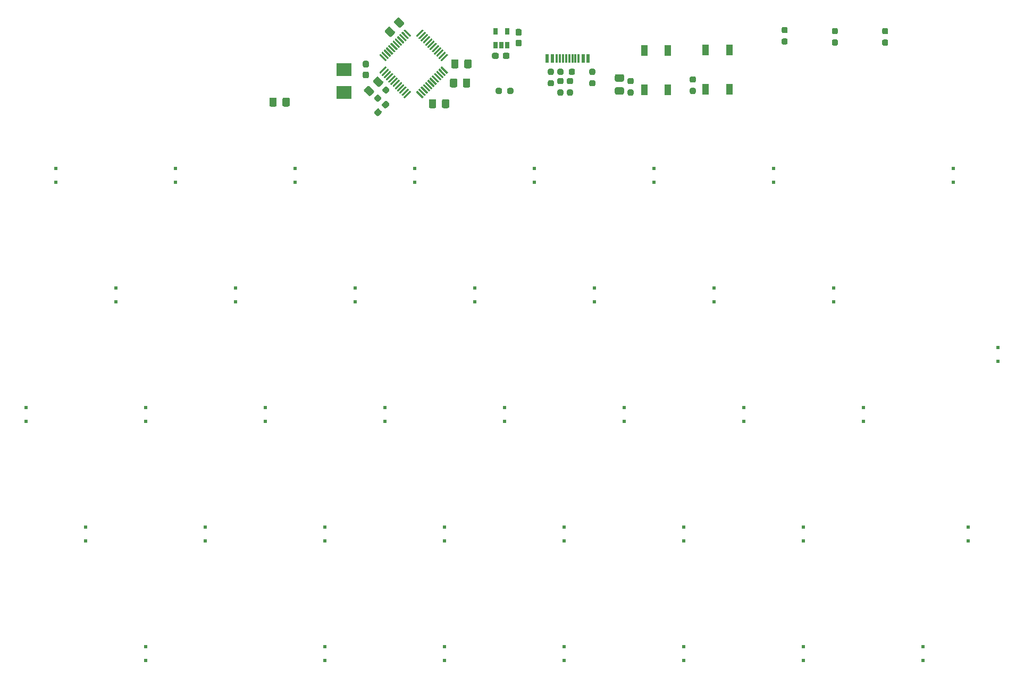
<source format=gbr>
%TF.GenerationSoftware,KiCad,Pcbnew,5.1.10*%
%TF.CreationDate,2021-08-04T22:26:14+02:00*%
%TF.ProjectId,keyboard,6b657962-6f61-4726-942e-6b696361645f,rev?*%
%TF.SameCoordinates,Original*%
%TF.FileFunction,Paste,Bot*%
%TF.FilePolarity,Positive*%
%FSLAX46Y46*%
G04 Gerber Fmt 4.6, Leading zero omitted, Abs format (unit mm)*
G04 Created by KiCad (PCBNEW 5.1.10) date 2021-08-04 22:26:14*
%MOMM*%
%LPD*%
G01*
G04 APERTURE LIST*
%ADD10R,2.400000X2.000000*%
%ADD11R,0.500000X0.500000*%
%ADD12R,0.300000X1.450000*%
%ADD13R,0.600000X1.450000*%
%ADD14R,0.650000X1.060000*%
%ADD15R,1.000000X1.700000*%
G04 APERTURE END LIST*
D10*
%TO.C,Y1*%
X94050800Y-61586000D03*
X94050800Y-65286000D03*
%TD*%
D11*
%TO.C,D9*%
X57702500Y-96399000D03*
X57702500Y-98599000D03*
%TD*%
%TO.C,D8*%
X191052500Y-77349000D03*
X191052500Y-79549000D03*
%TD*%
%TO.C,D7*%
X162477500Y-77349000D03*
X162477500Y-79549000D03*
%TD*%
%TO.C,D6*%
X143427500Y-77349000D03*
X143427500Y-79549000D03*
%TD*%
%TO.C,D5*%
X124377500Y-77349000D03*
X124377500Y-79549000D03*
%TD*%
%TO.C,D4*%
X105327500Y-77349000D03*
X105327500Y-79549000D03*
%TD*%
%TO.C,D39*%
X186290000Y-153549000D03*
X186290000Y-155749000D03*
%TD*%
%TO.C,D38*%
X167240000Y-153549000D03*
X167240000Y-155749000D03*
%TD*%
%TO.C,D37*%
X148190000Y-153549000D03*
X148190000Y-155749000D03*
%TD*%
%TO.C,D36*%
X129140000Y-153549000D03*
X129140000Y-155749000D03*
%TD*%
%TO.C,D35*%
X110090000Y-153549000D03*
X110090000Y-155749000D03*
%TD*%
%TO.C,D34*%
X91040000Y-153549000D03*
X91040000Y-155749000D03*
%TD*%
%TO.C,D33*%
X62465000Y-153549000D03*
X62465000Y-155749000D03*
%TD*%
%TO.C,D32*%
X193433750Y-134499000D03*
X193433750Y-136699000D03*
%TD*%
%TO.C,D31*%
X167240000Y-134499000D03*
X167240000Y-136699000D03*
%TD*%
%TO.C,D30*%
X148190000Y-134499000D03*
X148190000Y-136699000D03*
%TD*%
%TO.C,D3*%
X86277500Y-77349000D03*
X86277500Y-79549000D03*
%TD*%
%TO.C,D29*%
X129140000Y-134499000D03*
X129140000Y-136699000D03*
%TD*%
%TO.C,D28*%
X110090000Y-134499000D03*
X110090000Y-136699000D03*
%TD*%
%TO.C,D27*%
X91040000Y-134499000D03*
X91040000Y-136699000D03*
%TD*%
%TO.C,D26*%
X71990000Y-134499000D03*
X71990000Y-136699000D03*
%TD*%
%TO.C,D25*%
X52940000Y-134499000D03*
X52940000Y-136699000D03*
%TD*%
%TO.C,D24*%
X176765000Y-115449000D03*
X176765000Y-117649000D03*
%TD*%
%TO.C,D23*%
X157715000Y-115449000D03*
X157715000Y-117649000D03*
%TD*%
%TO.C,D22*%
X138665000Y-115449000D03*
X138665000Y-117649000D03*
%TD*%
%TO.C,D21*%
X119615000Y-115449000D03*
X119615000Y-117649000D03*
%TD*%
%TO.C,D20*%
X100565000Y-115449000D03*
X100565000Y-117649000D03*
%TD*%
%TO.C,D2*%
X67227500Y-77349000D03*
X67227500Y-79549000D03*
%TD*%
%TO.C,D19*%
X81515000Y-115449000D03*
X81515000Y-117649000D03*
%TD*%
%TO.C,D18*%
X62465000Y-115449000D03*
X62465000Y-117649000D03*
%TD*%
%TO.C,D17*%
X43415000Y-115449000D03*
X43415000Y-117649000D03*
%TD*%
%TO.C,D16*%
X198196250Y-105924000D03*
X198196250Y-108124000D03*
%TD*%
%TO.C,D15*%
X172002500Y-96399000D03*
X172002500Y-98599000D03*
%TD*%
%TO.C,D14*%
X152952500Y-96399000D03*
X152952500Y-98599000D03*
%TD*%
%TO.C,D13*%
X133902500Y-96399000D03*
X133902500Y-98599000D03*
%TD*%
%TO.C,D12*%
X114852500Y-96399000D03*
X114852500Y-98599000D03*
%TD*%
%TO.C,D11*%
X95802500Y-96399000D03*
X95802500Y-98599000D03*
%TD*%
%TO.C,D10*%
X76752500Y-96399000D03*
X76752500Y-98599000D03*
%TD*%
%TO.C,D1*%
X48177500Y-77349000D03*
X48177500Y-79549000D03*
%TD*%
%TO.C,C1*%
G36*
G01*
X99590796Y-62805453D02*
X100262547Y-63477204D01*
G75*
G02*
X100262547Y-63830758I-176777J-176777D01*
G01*
X99785250Y-64308055D01*
G75*
G02*
X99431696Y-64308055I-176777J176777D01*
G01*
X98759945Y-63636304D01*
G75*
G02*
X98759945Y-63282750I176777J176777D01*
G01*
X99237242Y-62805453D01*
G75*
G02*
X99590796Y-62805453I176777J-176777D01*
G01*
G37*
G36*
G01*
X98123550Y-64272699D02*
X98795301Y-64944450D01*
G75*
G02*
X98795301Y-65298004I-176777J-176777D01*
G01*
X98318004Y-65775301D01*
G75*
G02*
X97964450Y-65775301I-176777J176777D01*
G01*
X97292699Y-65103550D01*
G75*
G02*
X97292699Y-64749996I176777J176777D01*
G01*
X97769996Y-64272699D01*
G75*
G02*
X98123550Y-64272699I176777J-176777D01*
G01*
G37*
%TD*%
%TO.C,C2*%
G36*
G01*
X102921173Y-53379076D02*
X103592924Y-54050827D01*
G75*
G02*
X103592924Y-54404381I-176777J-176777D01*
G01*
X103115627Y-54881678D01*
G75*
G02*
X102762073Y-54881678I-176777J176777D01*
G01*
X102090322Y-54209927D01*
G75*
G02*
X102090322Y-53856373I176777J176777D01*
G01*
X102567619Y-53379076D01*
G75*
G02*
X102921173Y-53379076I176777J-176777D01*
G01*
G37*
G36*
G01*
X101453927Y-54846322D02*
X102125678Y-55518073D01*
G75*
G02*
X102125678Y-55871627I-176777J-176777D01*
G01*
X101648381Y-56348924D01*
G75*
G02*
X101294827Y-56348924I-176777J176777D01*
G01*
X100623076Y-55677173D01*
G75*
G02*
X100623076Y-55323619I176777J176777D01*
G01*
X101100373Y-54846322D01*
G75*
G02*
X101453927Y-54846322I176777J-176777D01*
G01*
G37*
%TD*%
%TO.C,C3*%
G36*
G01*
X112304500Y-60231000D02*
X112304500Y-61181000D01*
G75*
G02*
X112054500Y-61431000I-250000J0D01*
G01*
X111379500Y-61431000D01*
G75*
G02*
X111129500Y-61181000I0J250000D01*
G01*
X111129500Y-60231000D01*
G75*
G02*
X111379500Y-59981000I250000J0D01*
G01*
X112054500Y-59981000D01*
G75*
G02*
X112304500Y-60231000I0J-250000D01*
G01*
G37*
G36*
G01*
X114379500Y-60231000D02*
X114379500Y-61181000D01*
G75*
G02*
X114129500Y-61431000I-250000J0D01*
G01*
X113454500Y-61431000D01*
G75*
G02*
X113204500Y-61181000I0J250000D01*
G01*
X113204500Y-60231000D01*
G75*
G02*
X113454500Y-59981000I250000J0D01*
G01*
X114129500Y-59981000D01*
G75*
G02*
X114379500Y-60231000I0J-250000D01*
G01*
G37*
%TD*%
%TO.C,C4*%
G36*
G01*
X107573500Y-67531000D02*
X107573500Y-66581000D01*
G75*
G02*
X107823500Y-66331000I250000J0D01*
G01*
X108498500Y-66331000D01*
G75*
G02*
X108748500Y-66581000I0J-250000D01*
G01*
X108748500Y-67531000D01*
G75*
G02*
X108498500Y-67781000I-250000J0D01*
G01*
X107823500Y-67781000D01*
G75*
G02*
X107573500Y-67531000I0J250000D01*
G01*
G37*
G36*
G01*
X109648500Y-67531000D02*
X109648500Y-66581000D01*
G75*
G02*
X109898500Y-66331000I250000J0D01*
G01*
X110573500Y-66331000D01*
G75*
G02*
X110823500Y-66581000I0J-250000D01*
G01*
X110823500Y-67531000D01*
G75*
G02*
X110573500Y-67781000I-250000J0D01*
G01*
X109898500Y-67781000D01*
G75*
G02*
X109648500Y-67531000I0J250000D01*
G01*
G37*
%TD*%
%TO.C,C5*%
G36*
G01*
X112993500Y-64229000D02*
X112993500Y-63279000D01*
G75*
G02*
X113243500Y-63029000I250000J0D01*
G01*
X113918500Y-63029000D01*
G75*
G02*
X114168500Y-63279000I0J-250000D01*
G01*
X114168500Y-64229000D01*
G75*
G02*
X113918500Y-64479000I-250000J0D01*
G01*
X113243500Y-64479000D01*
G75*
G02*
X112993500Y-64229000I0J250000D01*
G01*
G37*
G36*
G01*
X110918500Y-64229000D02*
X110918500Y-63279000D01*
G75*
G02*
X111168500Y-63029000I250000J0D01*
G01*
X111843500Y-63029000D01*
G75*
G02*
X112093500Y-63279000I0J-250000D01*
G01*
X112093500Y-64229000D01*
G75*
G02*
X111843500Y-64479000I-250000J0D01*
G01*
X111168500Y-64479000D01*
G75*
G02*
X110918500Y-64229000I0J250000D01*
G01*
G37*
%TD*%
%TO.C,C6*%
G36*
G01*
X121629500Y-56866500D02*
X122104500Y-56866500D01*
G75*
G02*
X122342000Y-57104000I0J-237500D01*
G01*
X122342000Y-57704000D01*
G75*
G02*
X122104500Y-57941500I-237500J0D01*
G01*
X121629500Y-57941500D01*
G75*
G02*
X121392000Y-57704000I0J237500D01*
G01*
X121392000Y-57104000D01*
G75*
G02*
X121629500Y-56866500I237500J0D01*
G01*
G37*
G36*
G01*
X121629500Y-55141500D02*
X122104500Y-55141500D01*
G75*
G02*
X122342000Y-55379000I0J-237500D01*
G01*
X122342000Y-55979000D01*
G75*
G02*
X122104500Y-56216500I-237500J0D01*
G01*
X121629500Y-56216500D01*
G75*
G02*
X121392000Y-55979000I0J237500D01*
G01*
X121392000Y-55379000D01*
G75*
G02*
X121629500Y-55141500I237500J0D01*
G01*
G37*
%TD*%
%TO.C,C7*%
G36*
G01*
X138397000Y-65611500D02*
X137447000Y-65611500D01*
G75*
G02*
X137197000Y-65361500I0J250000D01*
G01*
X137197000Y-64686500D01*
G75*
G02*
X137447000Y-64436500I250000J0D01*
G01*
X138397000Y-64436500D01*
G75*
G02*
X138647000Y-64686500I0J-250000D01*
G01*
X138647000Y-65361500D01*
G75*
G02*
X138397000Y-65611500I-250000J0D01*
G01*
G37*
G36*
G01*
X138397000Y-63536500D02*
X137447000Y-63536500D01*
G75*
G02*
X137197000Y-63286500I0J250000D01*
G01*
X137197000Y-62611500D01*
G75*
G02*
X137447000Y-62361500I250000J0D01*
G01*
X138397000Y-62361500D01*
G75*
G02*
X138647000Y-62611500I0J-250000D01*
G01*
X138647000Y-63286500D01*
G75*
G02*
X138397000Y-63536500I-250000J0D01*
G01*
G37*
%TD*%
%TO.C,C8*%
G36*
G01*
X120425500Y-59198500D02*
X120425500Y-59673500D01*
G75*
G02*
X120188000Y-59911000I-237500J0D01*
G01*
X119588000Y-59911000D01*
G75*
G02*
X119350500Y-59673500I0J237500D01*
G01*
X119350500Y-59198500D01*
G75*
G02*
X119588000Y-58961000I237500J0D01*
G01*
X120188000Y-58961000D01*
G75*
G02*
X120425500Y-59198500I0J-237500D01*
G01*
G37*
G36*
G01*
X118700500Y-59198500D02*
X118700500Y-59673500D01*
G75*
G02*
X118463000Y-59911000I-237500J0D01*
G01*
X117863000Y-59911000D01*
G75*
G02*
X117625500Y-59673500I0J237500D01*
G01*
X117625500Y-59198500D01*
G75*
G02*
X117863000Y-58961000I237500J0D01*
G01*
X118463000Y-58961000D01*
G75*
G02*
X118700500Y-59198500I0J-237500D01*
G01*
G37*
%TD*%
%TO.C,C9*%
G36*
G01*
X83348500Y-66327000D02*
X83348500Y-67277000D01*
G75*
G02*
X83098500Y-67527000I-250000J0D01*
G01*
X82423500Y-67527000D01*
G75*
G02*
X82173500Y-67277000I0J250000D01*
G01*
X82173500Y-66327000D01*
G75*
G02*
X82423500Y-66077000I250000J0D01*
G01*
X83098500Y-66077000D01*
G75*
G02*
X83348500Y-66327000I0J-250000D01*
G01*
G37*
G36*
G01*
X85423500Y-66327000D02*
X85423500Y-67277000D01*
G75*
G02*
X85173500Y-67527000I-250000J0D01*
G01*
X84498500Y-67527000D01*
G75*
G02*
X84248500Y-67277000I0J250000D01*
G01*
X84248500Y-66327000D01*
G75*
G02*
X84498500Y-66077000I250000J0D01*
G01*
X85173500Y-66077000D01*
G75*
G02*
X85423500Y-66327000I0J-250000D01*
G01*
G37*
%TD*%
%TO.C,C10*%
G36*
G01*
X100898012Y-66660112D02*
X101233888Y-66995988D01*
G75*
G02*
X101233888Y-67331864I-167938J-167938D01*
G01*
X100809624Y-67756128D01*
G75*
G02*
X100473748Y-67756128I-167938J167938D01*
G01*
X100137872Y-67420252D01*
G75*
G02*
X100137872Y-67084376I167938J167938D01*
G01*
X100562136Y-66660112D01*
G75*
G02*
X100898012Y-66660112I167938J-167938D01*
G01*
G37*
G36*
G01*
X99678252Y-67879872D02*
X100014128Y-68215748D01*
G75*
G02*
X100014128Y-68551624I-167938J-167938D01*
G01*
X99589864Y-68975888D01*
G75*
G02*
X99253988Y-68975888I-167938J167938D01*
G01*
X98918112Y-68640012D01*
G75*
G02*
X98918112Y-68304136I167938J167938D01*
G01*
X99342376Y-67879872D01*
G75*
G02*
X99678252Y-67879872I167938J-167938D01*
G01*
G37*
%TD*%
%TO.C,C11*%
G36*
G01*
X97298500Y-61946500D02*
X97773500Y-61946500D01*
G75*
G02*
X98011000Y-62184000I0J-237500D01*
G01*
X98011000Y-62784000D01*
G75*
G02*
X97773500Y-63021500I-237500J0D01*
G01*
X97298500Y-63021500D01*
G75*
G02*
X97061000Y-62784000I0J237500D01*
G01*
X97061000Y-62184000D01*
G75*
G02*
X97298500Y-61946500I237500J0D01*
G01*
G37*
G36*
G01*
X97298500Y-60221500D02*
X97773500Y-60221500D01*
G75*
G02*
X98011000Y-60459000I0J-237500D01*
G01*
X98011000Y-61059000D01*
G75*
G02*
X97773500Y-61296500I-237500J0D01*
G01*
X97298500Y-61296500D01*
G75*
G02*
X97061000Y-61059000I0J237500D01*
G01*
X97061000Y-60459000D01*
G75*
G02*
X97298500Y-60221500I237500J0D01*
G01*
G37*
%TD*%
D12*
%TO.C,J1*%
X129431001Y-59825999D03*
X131431001Y-59825999D03*
X130931001Y-59825999D03*
X130431001Y-59825999D03*
X129931001Y-59825999D03*
X128931001Y-59825999D03*
X128431001Y-59825999D03*
X127931001Y-59825999D03*
D13*
X132931001Y-59825999D03*
X132131001Y-59825999D03*
X127231001Y-59825999D03*
X126431001Y-59825999D03*
X126431001Y-59825999D03*
X127231001Y-59825999D03*
X132131001Y-59825999D03*
X132931001Y-59825999D03*
%TD*%
%TO.C,R1*%
G36*
G01*
X120059000Y-65261500D02*
X120059000Y-64786500D01*
G75*
G02*
X120296500Y-64549000I237500J0D01*
G01*
X120796500Y-64549000D01*
G75*
G02*
X121034000Y-64786500I0J-237500D01*
G01*
X121034000Y-65261500D01*
G75*
G02*
X120796500Y-65499000I-237500J0D01*
G01*
X120296500Y-65499000D01*
G75*
G02*
X120059000Y-65261500I0J237500D01*
G01*
G37*
G36*
G01*
X118234000Y-65261500D02*
X118234000Y-64786500D01*
G75*
G02*
X118471500Y-64549000I237500J0D01*
G01*
X118971500Y-64549000D01*
G75*
G02*
X119209000Y-64786500I0J-237500D01*
G01*
X119209000Y-65261500D01*
G75*
G02*
X118971500Y-65499000I-237500J0D01*
G01*
X118471500Y-65499000D01*
G75*
G02*
X118234000Y-65261500I0J237500D01*
G01*
G37*
%TD*%
%TO.C,R2*%
G36*
G01*
X149843500Y-65511500D02*
X149368500Y-65511500D01*
G75*
G02*
X149131000Y-65274000I0J237500D01*
G01*
X149131000Y-64774000D01*
G75*
G02*
X149368500Y-64536500I237500J0D01*
G01*
X149843500Y-64536500D01*
G75*
G02*
X150081000Y-64774000I0J-237500D01*
G01*
X150081000Y-65274000D01*
G75*
G02*
X149843500Y-65511500I-237500J0D01*
G01*
G37*
G36*
G01*
X149843500Y-63686500D02*
X149368500Y-63686500D01*
G75*
G02*
X149131000Y-63449000I0J237500D01*
G01*
X149131000Y-62949000D01*
G75*
G02*
X149368500Y-62711500I237500J0D01*
G01*
X149843500Y-62711500D01*
G75*
G02*
X150081000Y-62949000I0J-237500D01*
G01*
X150081000Y-63449000D01*
G75*
G02*
X149843500Y-63686500I-237500J0D01*
G01*
G37*
%TD*%
%TO.C,R3*%
G36*
G01*
X139462500Y-64790500D02*
X139937500Y-64790500D01*
G75*
G02*
X140175000Y-65028000I0J-237500D01*
G01*
X140175000Y-65528000D01*
G75*
G02*
X139937500Y-65765500I-237500J0D01*
G01*
X139462500Y-65765500D01*
G75*
G02*
X139225000Y-65528000I0J237500D01*
G01*
X139225000Y-65028000D01*
G75*
G02*
X139462500Y-64790500I237500J0D01*
G01*
G37*
G36*
G01*
X139462500Y-62965500D02*
X139937500Y-62965500D01*
G75*
G02*
X140175000Y-63203000I0J-237500D01*
G01*
X140175000Y-63703000D01*
G75*
G02*
X139937500Y-63940500I-237500J0D01*
G01*
X139462500Y-63940500D01*
G75*
G02*
X139225000Y-63703000I0J237500D01*
G01*
X139225000Y-63203000D01*
G75*
G02*
X139462500Y-62965500I237500J0D01*
G01*
G37*
%TD*%
%TO.C,R4*%
G36*
G01*
X127237500Y-62463500D02*
X126762500Y-62463500D01*
G75*
G02*
X126525000Y-62226000I0J237500D01*
G01*
X126525000Y-61726000D01*
G75*
G02*
X126762500Y-61488500I237500J0D01*
G01*
X127237500Y-61488500D01*
G75*
G02*
X127475000Y-61726000I0J-237500D01*
G01*
X127475000Y-62226000D01*
G75*
G02*
X127237500Y-62463500I-237500J0D01*
G01*
G37*
G36*
G01*
X127237500Y-64288500D02*
X126762500Y-64288500D01*
G75*
G02*
X126525000Y-64051000I0J237500D01*
G01*
X126525000Y-63551000D01*
G75*
G02*
X126762500Y-63313500I237500J0D01*
G01*
X127237500Y-63313500D01*
G75*
G02*
X127475000Y-63551000I0J-237500D01*
G01*
X127475000Y-64051000D01*
G75*
G02*
X127237500Y-64288500I-237500J0D01*
G01*
G37*
%TD*%
%TO.C,R5*%
G36*
G01*
X133841500Y-64288500D02*
X133366500Y-64288500D01*
G75*
G02*
X133129000Y-64051000I0J237500D01*
G01*
X133129000Y-63551000D01*
G75*
G02*
X133366500Y-63313500I237500J0D01*
G01*
X133841500Y-63313500D01*
G75*
G02*
X134079000Y-63551000I0J-237500D01*
G01*
X134079000Y-64051000D01*
G75*
G02*
X133841500Y-64288500I-237500J0D01*
G01*
G37*
G36*
G01*
X133841500Y-62463500D02*
X133366500Y-62463500D01*
G75*
G02*
X133129000Y-62226000I0J237500D01*
G01*
X133129000Y-61726000D01*
G75*
G02*
X133366500Y-61488500I237500J0D01*
G01*
X133841500Y-61488500D01*
G75*
G02*
X134079000Y-61726000I0J-237500D01*
G01*
X134079000Y-62226000D01*
G75*
G02*
X133841500Y-62463500I-237500J0D01*
G01*
G37*
%TD*%
%TO.C,R6*%
G36*
G01*
X130285500Y-63940500D02*
X129810500Y-63940500D01*
G75*
G02*
X129573000Y-63703000I0J237500D01*
G01*
X129573000Y-63203000D01*
G75*
G02*
X129810500Y-62965500I237500J0D01*
G01*
X130285500Y-62965500D01*
G75*
G02*
X130523000Y-63203000I0J-237500D01*
G01*
X130523000Y-63703000D01*
G75*
G02*
X130285500Y-63940500I-237500J0D01*
G01*
G37*
G36*
G01*
X130285500Y-65765500D02*
X129810500Y-65765500D01*
G75*
G02*
X129573000Y-65528000I0J237500D01*
G01*
X129573000Y-65028000D01*
G75*
G02*
X129810500Y-64790500I237500J0D01*
G01*
X130285500Y-64790500D01*
G75*
G02*
X130523000Y-65028000I0J-237500D01*
G01*
X130523000Y-65528000D01*
G75*
G02*
X130285500Y-65765500I-237500J0D01*
G01*
G37*
%TD*%
%TO.C,R7*%
G36*
G01*
X128761500Y-65765500D02*
X128286500Y-65765500D01*
G75*
G02*
X128049000Y-65528000I0J237500D01*
G01*
X128049000Y-65028000D01*
G75*
G02*
X128286500Y-64790500I237500J0D01*
G01*
X128761500Y-64790500D01*
G75*
G02*
X128999000Y-65028000I0J-237500D01*
G01*
X128999000Y-65528000D01*
G75*
G02*
X128761500Y-65765500I-237500J0D01*
G01*
G37*
G36*
G01*
X128761500Y-63940500D02*
X128286500Y-63940500D01*
G75*
G02*
X128049000Y-63703000I0J237500D01*
G01*
X128049000Y-63203000D01*
G75*
G02*
X128286500Y-62965500I237500J0D01*
G01*
X128761500Y-62965500D01*
G75*
G02*
X128999000Y-63203000I0J-237500D01*
G01*
X128999000Y-63703000D01*
G75*
G02*
X128761500Y-63940500I-237500J0D01*
G01*
G37*
%TD*%
%TO.C,R8*%
G36*
G01*
X130836500Y-61738500D02*
X130836500Y-62213500D01*
G75*
G02*
X130599000Y-62451000I-237500J0D01*
G01*
X130099000Y-62451000D01*
G75*
G02*
X129861500Y-62213500I0J237500D01*
G01*
X129861500Y-61738500D01*
G75*
G02*
X130099000Y-61501000I237500J0D01*
G01*
X130599000Y-61501000D01*
G75*
G02*
X130836500Y-61738500I0J-237500D01*
G01*
G37*
G36*
G01*
X129011500Y-61738500D02*
X129011500Y-62213500D01*
G75*
G02*
X128774000Y-62451000I-237500J0D01*
G01*
X128274000Y-62451000D01*
G75*
G02*
X128036500Y-62213500I0J237500D01*
G01*
X128036500Y-61738500D01*
G75*
G02*
X128274000Y-61501000I237500J0D01*
G01*
X128774000Y-61501000D01*
G75*
G02*
X129011500Y-61738500I0J-237500D01*
G01*
G37*
%TD*%
%TO.C,R9*%
G36*
G01*
X180469500Y-55986500D02*
X179994500Y-55986500D01*
G75*
G02*
X179757000Y-55749000I0J237500D01*
G01*
X179757000Y-55249000D01*
G75*
G02*
X179994500Y-55011500I237500J0D01*
G01*
X180469500Y-55011500D01*
G75*
G02*
X180707000Y-55249000I0J-237500D01*
G01*
X180707000Y-55749000D01*
G75*
G02*
X180469500Y-55986500I-237500J0D01*
G01*
G37*
G36*
G01*
X180469500Y-57811500D02*
X179994500Y-57811500D01*
G75*
G02*
X179757000Y-57574000I0J237500D01*
G01*
X179757000Y-57074000D01*
G75*
G02*
X179994500Y-56836500I237500J0D01*
G01*
X180469500Y-56836500D01*
G75*
G02*
X180707000Y-57074000I0J-237500D01*
G01*
X180707000Y-57574000D01*
G75*
G02*
X180469500Y-57811500I-237500J0D01*
G01*
G37*
%TD*%
%TO.C,R10*%
G36*
G01*
X172469500Y-57800000D02*
X171994500Y-57800000D01*
G75*
G02*
X171757000Y-57562500I0J237500D01*
G01*
X171757000Y-57062500D01*
G75*
G02*
X171994500Y-56825000I237500J0D01*
G01*
X172469500Y-56825000D01*
G75*
G02*
X172707000Y-57062500I0J-237500D01*
G01*
X172707000Y-57562500D01*
G75*
G02*
X172469500Y-57800000I-237500J0D01*
G01*
G37*
G36*
G01*
X172469500Y-55975000D02*
X171994500Y-55975000D01*
G75*
G02*
X171757000Y-55737500I0J237500D01*
G01*
X171757000Y-55237500D01*
G75*
G02*
X171994500Y-55000000I237500J0D01*
G01*
X172469500Y-55000000D01*
G75*
G02*
X172707000Y-55237500I0J-237500D01*
G01*
X172707000Y-55737500D01*
G75*
G02*
X172469500Y-55975000I-237500J0D01*
G01*
G37*
%TD*%
%TO.C,R11*%
G36*
G01*
X164469500Y-55811500D02*
X163994500Y-55811500D01*
G75*
G02*
X163757000Y-55574000I0J237500D01*
G01*
X163757000Y-55074000D01*
G75*
G02*
X163994500Y-54836500I237500J0D01*
G01*
X164469500Y-54836500D01*
G75*
G02*
X164707000Y-55074000I0J-237500D01*
G01*
X164707000Y-55574000D01*
G75*
G02*
X164469500Y-55811500I-237500J0D01*
G01*
G37*
G36*
G01*
X164469500Y-57636500D02*
X163994500Y-57636500D01*
G75*
G02*
X163757000Y-57399000I0J237500D01*
G01*
X163757000Y-56899000D01*
G75*
G02*
X163994500Y-56661500I237500J0D01*
G01*
X164469500Y-56661500D01*
G75*
G02*
X164707000Y-56899000I0J-237500D01*
G01*
X164707000Y-57399000D01*
G75*
G02*
X164469500Y-57636500I-237500J0D01*
G01*
G37*
%TD*%
%TO.C,R12*%
G36*
G01*
X100898012Y-64374112D02*
X101233888Y-64709988D01*
G75*
G02*
X101233888Y-65045864I-167938J-167938D01*
G01*
X100880334Y-65399418D01*
G75*
G02*
X100544458Y-65399418I-167938J167938D01*
G01*
X100208582Y-65063542D01*
G75*
G02*
X100208582Y-64727666I167938J167938D01*
G01*
X100562136Y-64374112D01*
G75*
G02*
X100898012Y-64374112I167938J-167938D01*
G01*
G37*
G36*
G01*
X99607542Y-65664582D02*
X99943418Y-66000458D01*
G75*
G02*
X99943418Y-66336334I-167938J-167938D01*
G01*
X99589864Y-66689888D01*
G75*
G02*
X99253988Y-66689888I-167938J167938D01*
G01*
X98918112Y-66354012D01*
G75*
G02*
X98918112Y-66018136I167938J167938D01*
G01*
X99271666Y-65664582D01*
G75*
G02*
X99607542Y-65664582I167938J-167938D01*
G01*
G37*
%TD*%
D14*
%TO.C,U1*%
X120076000Y-57742000D03*
X119126000Y-57742000D03*
X118176000Y-57742000D03*
X118176000Y-55542000D03*
X120076000Y-55542000D03*
%TD*%
%TO.C,U2*%
G36*
G01*
X103688754Y-66168400D02*
X103582688Y-66062334D01*
G75*
G02*
X103582688Y-65956268I53033J53033D01*
G01*
X104519604Y-65019352D01*
G75*
G02*
X104625670Y-65019352I53033J-53033D01*
G01*
X104731736Y-65125418D01*
G75*
G02*
X104731736Y-65231484I-53033J-53033D01*
G01*
X103794820Y-66168400D01*
G75*
G02*
X103688754Y-66168400I-53033J53033D01*
G01*
G37*
G36*
G01*
X103335200Y-65814846D02*
X103229134Y-65708780D01*
G75*
G02*
X103229134Y-65602714I53033J53033D01*
G01*
X104166050Y-64665798D01*
G75*
G02*
X104272116Y-64665798I53033J-53033D01*
G01*
X104378182Y-64771864D01*
G75*
G02*
X104378182Y-64877930I-53033J-53033D01*
G01*
X103441266Y-65814846D01*
G75*
G02*
X103335200Y-65814846I-53033J53033D01*
G01*
G37*
G36*
G01*
X102981647Y-65461293D02*
X102875581Y-65355227D01*
G75*
G02*
X102875581Y-65249161I53033J53033D01*
G01*
X103812497Y-64312245D01*
G75*
G02*
X103918563Y-64312245I53033J-53033D01*
G01*
X104024629Y-64418311D01*
G75*
G02*
X104024629Y-64524377I-53033J-53033D01*
G01*
X103087713Y-65461293D01*
G75*
G02*
X102981647Y-65461293I-53033J53033D01*
G01*
G37*
G36*
G01*
X102628093Y-65107739D02*
X102522027Y-65001673D01*
G75*
G02*
X102522027Y-64895607I53033J53033D01*
G01*
X103458943Y-63958691D01*
G75*
G02*
X103565009Y-63958691I53033J-53033D01*
G01*
X103671075Y-64064757D01*
G75*
G02*
X103671075Y-64170823I-53033J-53033D01*
G01*
X102734159Y-65107739D01*
G75*
G02*
X102628093Y-65107739I-53033J53033D01*
G01*
G37*
G36*
G01*
X102274540Y-64754186D02*
X102168474Y-64648120D01*
G75*
G02*
X102168474Y-64542054I53033J53033D01*
G01*
X103105390Y-63605138D01*
G75*
G02*
X103211456Y-63605138I53033J-53033D01*
G01*
X103317522Y-63711204D01*
G75*
G02*
X103317522Y-63817270I-53033J-53033D01*
G01*
X102380606Y-64754186D01*
G75*
G02*
X102274540Y-64754186I-53033J53033D01*
G01*
G37*
G36*
G01*
X101920987Y-64400633D02*
X101814921Y-64294567D01*
G75*
G02*
X101814921Y-64188501I53033J53033D01*
G01*
X102751837Y-63251585D01*
G75*
G02*
X102857903Y-63251585I53033J-53033D01*
G01*
X102963969Y-63357651D01*
G75*
G02*
X102963969Y-63463717I-53033J-53033D01*
G01*
X102027053Y-64400633D01*
G75*
G02*
X101920987Y-64400633I-53033J53033D01*
G01*
G37*
G36*
G01*
X101567433Y-64047079D02*
X101461367Y-63941013D01*
G75*
G02*
X101461367Y-63834947I53033J53033D01*
G01*
X102398283Y-62898031D01*
G75*
G02*
X102504349Y-62898031I53033J-53033D01*
G01*
X102610415Y-63004097D01*
G75*
G02*
X102610415Y-63110163I-53033J-53033D01*
G01*
X101673499Y-64047079D01*
G75*
G02*
X101567433Y-64047079I-53033J53033D01*
G01*
G37*
G36*
G01*
X101213880Y-63693526D02*
X101107814Y-63587460D01*
G75*
G02*
X101107814Y-63481394I53033J53033D01*
G01*
X102044730Y-62544478D01*
G75*
G02*
X102150796Y-62544478I53033J-53033D01*
G01*
X102256862Y-62650544D01*
G75*
G02*
X102256862Y-62756610I-53033J-53033D01*
G01*
X101319946Y-63693526D01*
G75*
G02*
X101213880Y-63693526I-53033J53033D01*
G01*
G37*
G36*
G01*
X100860327Y-63339973D02*
X100754261Y-63233907D01*
G75*
G02*
X100754261Y-63127841I53033J53033D01*
G01*
X101691177Y-62190925D01*
G75*
G02*
X101797243Y-62190925I53033J-53033D01*
G01*
X101903309Y-62296991D01*
G75*
G02*
X101903309Y-62403057I-53033J-53033D01*
G01*
X100966393Y-63339973D01*
G75*
G02*
X100860327Y-63339973I-53033J53033D01*
G01*
G37*
G36*
G01*
X100506773Y-62986419D02*
X100400707Y-62880353D01*
G75*
G02*
X100400707Y-62774287I53033J53033D01*
G01*
X101337623Y-61837371D01*
G75*
G02*
X101443689Y-61837371I53033J-53033D01*
G01*
X101549755Y-61943437D01*
G75*
G02*
X101549755Y-62049503I-53033J-53033D01*
G01*
X100612839Y-62986419D01*
G75*
G02*
X100506773Y-62986419I-53033J53033D01*
G01*
G37*
G36*
G01*
X100153220Y-62632866D02*
X100047154Y-62526800D01*
G75*
G02*
X100047154Y-62420734I53033J53033D01*
G01*
X100984070Y-61483818D01*
G75*
G02*
X101090136Y-61483818I53033J-53033D01*
G01*
X101196202Y-61589884D01*
G75*
G02*
X101196202Y-61695950I-53033J-53033D01*
G01*
X100259286Y-62632866D01*
G75*
G02*
X100153220Y-62632866I-53033J53033D01*
G01*
G37*
G36*
G01*
X99799666Y-62279312D02*
X99693600Y-62173246D01*
G75*
G02*
X99693600Y-62067180I53033J53033D01*
G01*
X100630516Y-61130264D01*
G75*
G02*
X100736582Y-61130264I53033J-53033D01*
G01*
X100842648Y-61236330D01*
G75*
G02*
X100842648Y-61342396I-53033J-53033D01*
G01*
X99905732Y-62279312D01*
G75*
G02*
X99799666Y-62279312I-53033J53033D01*
G01*
G37*
G36*
G01*
X100630516Y-60281736D02*
X99693600Y-59344820D01*
G75*
G02*
X99693600Y-59238754I53033J53033D01*
G01*
X99799666Y-59132688D01*
G75*
G02*
X99905732Y-59132688I53033J-53033D01*
G01*
X100842648Y-60069604D01*
G75*
G02*
X100842648Y-60175670I-53033J-53033D01*
G01*
X100736582Y-60281736D01*
G75*
G02*
X100630516Y-60281736I-53033J53033D01*
G01*
G37*
G36*
G01*
X100984070Y-59928182D02*
X100047154Y-58991266D01*
G75*
G02*
X100047154Y-58885200I53033J53033D01*
G01*
X100153220Y-58779134D01*
G75*
G02*
X100259286Y-58779134I53033J-53033D01*
G01*
X101196202Y-59716050D01*
G75*
G02*
X101196202Y-59822116I-53033J-53033D01*
G01*
X101090136Y-59928182D01*
G75*
G02*
X100984070Y-59928182I-53033J53033D01*
G01*
G37*
G36*
G01*
X101337623Y-59574629D02*
X100400707Y-58637713D01*
G75*
G02*
X100400707Y-58531647I53033J53033D01*
G01*
X100506773Y-58425581D01*
G75*
G02*
X100612839Y-58425581I53033J-53033D01*
G01*
X101549755Y-59362497D01*
G75*
G02*
X101549755Y-59468563I-53033J-53033D01*
G01*
X101443689Y-59574629D01*
G75*
G02*
X101337623Y-59574629I-53033J53033D01*
G01*
G37*
G36*
G01*
X101691177Y-59221075D02*
X100754261Y-58284159D01*
G75*
G02*
X100754261Y-58178093I53033J53033D01*
G01*
X100860327Y-58072027D01*
G75*
G02*
X100966393Y-58072027I53033J-53033D01*
G01*
X101903309Y-59008943D01*
G75*
G02*
X101903309Y-59115009I-53033J-53033D01*
G01*
X101797243Y-59221075D01*
G75*
G02*
X101691177Y-59221075I-53033J53033D01*
G01*
G37*
G36*
G01*
X102044730Y-58867522D02*
X101107814Y-57930606D01*
G75*
G02*
X101107814Y-57824540I53033J53033D01*
G01*
X101213880Y-57718474D01*
G75*
G02*
X101319946Y-57718474I53033J-53033D01*
G01*
X102256862Y-58655390D01*
G75*
G02*
X102256862Y-58761456I-53033J-53033D01*
G01*
X102150796Y-58867522D01*
G75*
G02*
X102044730Y-58867522I-53033J53033D01*
G01*
G37*
G36*
G01*
X102398283Y-58513969D02*
X101461367Y-57577053D01*
G75*
G02*
X101461367Y-57470987I53033J53033D01*
G01*
X101567433Y-57364921D01*
G75*
G02*
X101673499Y-57364921I53033J-53033D01*
G01*
X102610415Y-58301837D01*
G75*
G02*
X102610415Y-58407903I-53033J-53033D01*
G01*
X102504349Y-58513969D01*
G75*
G02*
X102398283Y-58513969I-53033J53033D01*
G01*
G37*
G36*
G01*
X102751837Y-58160415D02*
X101814921Y-57223499D01*
G75*
G02*
X101814921Y-57117433I53033J53033D01*
G01*
X101920987Y-57011367D01*
G75*
G02*
X102027053Y-57011367I53033J-53033D01*
G01*
X102963969Y-57948283D01*
G75*
G02*
X102963969Y-58054349I-53033J-53033D01*
G01*
X102857903Y-58160415D01*
G75*
G02*
X102751837Y-58160415I-53033J53033D01*
G01*
G37*
G36*
G01*
X103105390Y-57806862D02*
X102168474Y-56869946D01*
G75*
G02*
X102168474Y-56763880I53033J53033D01*
G01*
X102274540Y-56657814D01*
G75*
G02*
X102380606Y-56657814I53033J-53033D01*
G01*
X103317522Y-57594730D01*
G75*
G02*
X103317522Y-57700796I-53033J-53033D01*
G01*
X103211456Y-57806862D01*
G75*
G02*
X103105390Y-57806862I-53033J53033D01*
G01*
G37*
G36*
G01*
X103458943Y-57453309D02*
X102522027Y-56516393D01*
G75*
G02*
X102522027Y-56410327I53033J53033D01*
G01*
X102628093Y-56304261D01*
G75*
G02*
X102734159Y-56304261I53033J-53033D01*
G01*
X103671075Y-57241177D01*
G75*
G02*
X103671075Y-57347243I-53033J-53033D01*
G01*
X103565009Y-57453309D01*
G75*
G02*
X103458943Y-57453309I-53033J53033D01*
G01*
G37*
G36*
G01*
X103812497Y-57099755D02*
X102875581Y-56162839D01*
G75*
G02*
X102875581Y-56056773I53033J53033D01*
G01*
X102981647Y-55950707D01*
G75*
G02*
X103087713Y-55950707I53033J-53033D01*
G01*
X104024629Y-56887623D01*
G75*
G02*
X104024629Y-56993689I-53033J-53033D01*
G01*
X103918563Y-57099755D01*
G75*
G02*
X103812497Y-57099755I-53033J53033D01*
G01*
G37*
G36*
G01*
X104166050Y-56746202D02*
X103229134Y-55809286D01*
G75*
G02*
X103229134Y-55703220I53033J53033D01*
G01*
X103335200Y-55597154D01*
G75*
G02*
X103441266Y-55597154I53033J-53033D01*
G01*
X104378182Y-56534070D01*
G75*
G02*
X104378182Y-56640136I-53033J-53033D01*
G01*
X104272116Y-56746202D01*
G75*
G02*
X104166050Y-56746202I-53033J53033D01*
G01*
G37*
G36*
G01*
X104519604Y-56392648D02*
X103582688Y-55455732D01*
G75*
G02*
X103582688Y-55349666I53033J53033D01*
G01*
X103688754Y-55243600D01*
G75*
G02*
X103794820Y-55243600I53033J-53033D01*
G01*
X104731736Y-56180516D01*
G75*
G02*
X104731736Y-56286582I-53033J-53033D01*
G01*
X104625670Y-56392648D01*
G75*
G02*
X104519604Y-56392648I-53033J53033D01*
G01*
G37*
G36*
G01*
X105686330Y-56392648D02*
X105580264Y-56286582D01*
G75*
G02*
X105580264Y-56180516I53033J53033D01*
G01*
X106517180Y-55243600D01*
G75*
G02*
X106623246Y-55243600I53033J-53033D01*
G01*
X106729312Y-55349666D01*
G75*
G02*
X106729312Y-55455732I-53033J-53033D01*
G01*
X105792396Y-56392648D01*
G75*
G02*
X105686330Y-56392648I-53033J53033D01*
G01*
G37*
G36*
G01*
X106039884Y-56746202D02*
X105933818Y-56640136D01*
G75*
G02*
X105933818Y-56534070I53033J53033D01*
G01*
X106870734Y-55597154D01*
G75*
G02*
X106976800Y-55597154I53033J-53033D01*
G01*
X107082866Y-55703220D01*
G75*
G02*
X107082866Y-55809286I-53033J-53033D01*
G01*
X106145950Y-56746202D01*
G75*
G02*
X106039884Y-56746202I-53033J53033D01*
G01*
G37*
G36*
G01*
X106393437Y-57099755D02*
X106287371Y-56993689D01*
G75*
G02*
X106287371Y-56887623I53033J53033D01*
G01*
X107224287Y-55950707D01*
G75*
G02*
X107330353Y-55950707I53033J-53033D01*
G01*
X107436419Y-56056773D01*
G75*
G02*
X107436419Y-56162839I-53033J-53033D01*
G01*
X106499503Y-57099755D01*
G75*
G02*
X106393437Y-57099755I-53033J53033D01*
G01*
G37*
G36*
G01*
X106746991Y-57453309D02*
X106640925Y-57347243D01*
G75*
G02*
X106640925Y-57241177I53033J53033D01*
G01*
X107577841Y-56304261D01*
G75*
G02*
X107683907Y-56304261I53033J-53033D01*
G01*
X107789973Y-56410327D01*
G75*
G02*
X107789973Y-56516393I-53033J-53033D01*
G01*
X106853057Y-57453309D01*
G75*
G02*
X106746991Y-57453309I-53033J53033D01*
G01*
G37*
G36*
G01*
X107100544Y-57806862D02*
X106994478Y-57700796D01*
G75*
G02*
X106994478Y-57594730I53033J53033D01*
G01*
X107931394Y-56657814D01*
G75*
G02*
X108037460Y-56657814I53033J-53033D01*
G01*
X108143526Y-56763880D01*
G75*
G02*
X108143526Y-56869946I-53033J-53033D01*
G01*
X107206610Y-57806862D01*
G75*
G02*
X107100544Y-57806862I-53033J53033D01*
G01*
G37*
G36*
G01*
X107454097Y-58160415D02*
X107348031Y-58054349D01*
G75*
G02*
X107348031Y-57948283I53033J53033D01*
G01*
X108284947Y-57011367D01*
G75*
G02*
X108391013Y-57011367I53033J-53033D01*
G01*
X108497079Y-57117433D01*
G75*
G02*
X108497079Y-57223499I-53033J-53033D01*
G01*
X107560163Y-58160415D01*
G75*
G02*
X107454097Y-58160415I-53033J53033D01*
G01*
G37*
G36*
G01*
X107807651Y-58513969D02*
X107701585Y-58407903D01*
G75*
G02*
X107701585Y-58301837I53033J53033D01*
G01*
X108638501Y-57364921D01*
G75*
G02*
X108744567Y-57364921I53033J-53033D01*
G01*
X108850633Y-57470987D01*
G75*
G02*
X108850633Y-57577053I-53033J-53033D01*
G01*
X107913717Y-58513969D01*
G75*
G02*
X107807651Y-58513969I-53033J53033D01*
G01*
G37*
G36*
G01*
X108161204Y-58867522D02*
X108055138Y-58761456D01*
G75*
G02*
X108055138Y-58655390I53033J53033D01*
G01*
X108992054Y-57718474D01*
G75*
G02*
X109098120Y-57718474I53033J-53033D01*
G01*
X109204186Y-57824540D01*
G75*
G02*
X109204186Y-57930606I-53033J-53033D01*
G01*
X108267270Y-58867522D01*
G75*
G02*
X108161204Y-58867522I-53033J53033D01*
G01*
G37*
G36*
G01*
X108514757Y-59221075D02*
X108408691Y-59115009D01*
G75*
G02*
X108408691Y-59008943I53033J53033D01*
G01*
X109345607Y-58072027D01*
G75*
G02*
X109451673Y-58072027I53033J-53033D01*
G01*
X109557739Y-58178093D01*
G75*
G02*
X109557739Y-58284159I-53033J-53033D01*
G01*
X108620823Y-59221075D01*
G75*
G02*
X108514757Y-59221075I-53033J53033D01*
G01*
G37*
G36*
G01*
X108868311Y-59574629D02*
X108762245Y-59468563D01*
G75*
G02*
X108762245Y-59362497I53033J53033D01*
G01*
X109699161Y-58425581D01*
G75*
G02*
X109805227Y-58425581I53033J-53033D01*
G01*
X109911293Y-58531647D01*
G75*
G02*
X109911293Y-58637713I-53033J-53033D01*
G01*
X108974377Y-59574629D01*
G75*
G02*
X108868311Y-59574629I-53033J53033D01*
G01*
G37*
G36*
G01*
X109221864Y-59928182D02*
X109115798Y-59822116D01*
G75*
G02*
X109115798Y-59716050I53033J53033D01*
G01*
X110052714Y-58779134D01*
G75*
G02*
X110158780Y-58779134I53033J-53033D01*
G01*
X110264846Y-58885200D01*
G75*
G02*
X110264846Y-58991266I-53033J-53033D01*
G01*
X109327930Y-59928182D01*
G75*
G02*
X109221864Y-59928182I-53033J53033D01*
G01*
G37*
G36*
G01*
X109575418Y-60281736D02*
X109469352Y-60175670D01*
G75*
G02*
X109469352Y-60069604I53033J53033D01*
G01*
X110406268Y-59132688D01*
G75*
G02*
X110512334Y-59132688I53033J-53033D01*
G01*
X110618400Y-59238754D01*
G75*
G02*
X110618400Y-59344820I-53033J-53033D01*
G01*
X109681484Y-60281736D01*
G75*
G02*
X109575418Y-60281736I-53033J53033D01*
G01*
G37*
G36*
G01*
X110406268Y-62279312D02*
X109469352Y-61342396D01*
G75*
G02*
X109469352Y-61236330I53033J53033D01*
G01*
X109575418Y-61130264D01*
G75*
G02*
X109681484Y-61130264I53033J-53033D01*
G01*
X110618400Y-62067180D01*
G75*
G02*
X110618400Y-62173246I-53033J-53033D01*
G01*
X110512334Y-62279312D01*
G75*
G02*
X110406268Y-62279312I-53033J53033D01*
G01*
G37*
G36*
G01*
X110052714Y-62632866D02*
X109115798Y-61695950D01*
G75*
G02*
X109115798Y-61589884I53033J53033D01*
G01*
X109221864Y-61483818D01*
G75*
G02*
X109327930Y-61483818I53033J-53033D01*
G01*
X110264846Y-62420734D01*
G75*
G02*
X110264846Y-62526800I-53033J-53033D01*
G01*
X110158780Y-62632866D01*
G75*
G02*
X110052714Y-62632866I-53033J53033D01*
G01*
G37*
G36*
G01*
X109699161Y-62986419D02*
X108762245Y-62049503D01*
G75*
G02*
X108762245Y-61943437I53033J53033D01*
G01*
X108868311Y-61837371D01*
G75*
G02*
X108974377Y-61837371I53033J-53033D01*
G01*
X109911293Y-62774287D01*
G75*
G02*
X109911293Y-62880353I-53033J-53033D01*
G01*
X109805227Y-62986419D01*
G75*
G02*
X109699161Y-62986419I-53033J53033D01*
G01*
G37*
G36*
G01*
X109345607Y-63339973D02*
X108408691Y-62403057D01*
G75*
G02*
X108408691Y-62296991I53033J53033D01*
G01*
X108514757Y-62190925D01*
G75*
G02*
X108620823Y-62190925I53033J-53033D01*
G01*
X109557739Y-63127841D01*
G75*
G02*
X109557739Y-63233907I-53033J-53033D01*
G01*
X109451673Y-63339973D01*
G75*
G02*
X109345607Y-63339973I-53033J53033D01*
G01*
G37*
G36*
G01*
X108992054Y-63693526D02*
X108055138Y-62756610D01*
G75*
G02*
X108055138Y-62650544I53033J53033D01*
G01*
X108161204Y-62544478D01*
G75*
G02*
X108267270Y-62544478I53033J-53033D01*
G01*
X109204186Y-63481394D01*
G75*
G02*
X109204186Y-63587460I-53033J-53033D01*
G01*
X109098120Y-63693526D01*
G75*
G02*
X108992054Y-63693526I-53033J53033D01*
G01*
G37*
G36*
G01*
X108638501Y-64047079D02*
X107701585Y-63110163D01*
G75*
G02*
X107701585Y-63004097I53033J53033D01*
G01*
X107807651Y-62898031D01*
G75*
G02*
X107913717Y-62898031I53033J-53033D01*
G01*
X108850633Y-63834947D01*
G75*
G02*
X108850633Y-63941013I-53033J-53033D01*
G01*
X108744567Y-64047079D01*
G75*
G02*
X108638501Y-64047079I-53033J53033D01*
G01*
G37*
G36*
G01*
X108284947Y-64400633D02*
X107348031Y-63463717D01*
G75*
G02*
X107348031Y-63357651I53033J53033D01*
G01*
X107454097Y-63251585D01*
G75*
G02*
X107560163Y-63251585I53033J-53033D01*
G01*
X108497079Y-64188501D01*
G75*
G02*
X108497079Y-64294567I-53033J-53033D01*
G01*
X108391013Y-64400633D01*
G75*
G02*
X108284947Y-64400633I-53033J53033D01*
G01*
G37*
G36*
G01*
X107931394Y-64754186D02*
X106994478Y-63817270D01*
G75*
G02*
X106994478Y-63711204I53033J53033D01*
G01*
X107100544Y-63605138D01*
G75*
G02*
X107206610Y-63605138I53033J-53033D01*
G01*
X108143526Y-64542054D01*
G75*
G02*
X108143526Y-64648120I-53033J-53033D01*
G01*
X108037460Y-64754186D01*
G75*
G02*
X107931394Y-64754186I-53033J53033D01*
G01*
G37*
G36*
G01*
X107577841Y-65107739D02*
X106640925Y-64170823D01*
G75*
G02*
X106640925Y-64064757I53033J53033D01*
G01*
X106746991Y-63958691D01*
G75*
G02*
X106853057Y-63958691I53033J-53033D01*
G01*
X107789973Y-64895607D01*
G75*
G02*
X107789973Y-65001673I-53033J-53033D01*
G01*
X107683907Y-65107739D01*
G75*
G02*
X107577841Y-65107739I-53033J53033D01*
G01*
G37*
G36*
G01*
X107224287Y-65461293D02*
X106287371Y-64524377D01*
G75*
G02*
X106287371Y-64418311I53033J53033D01*
G01*
X106393437Y-64312245D01*
G75*
G02*
X106499503Y-64312245I53033J-53033D01*
G01*
X107436419Y-65249161D01*
G75*
G02*
X107436419Y-65355227I-53033J-53033D01*
G01*
X107330353Y-65461293D01*
G75*
G02*
X107224287Y-65461293I-53033J53033D01*
G01*
G37*
G36*
G01*
X106870734Y-65814846D02*
X105933818Y-64877930D01*
G75*
G02*
X105933818Y-64771864I53033J53033D01*
G01*
X106039884Y-64665798D01*
G75*
G02*
X106145950Y-64665798I53033J-53033D01*
G01*
X107082866Y-65602714D01*
G75*
G02*
X107082866Y-65708780I-53033J-53033D01*
G01*
X106976800Y-65814846D01*
G75*
G02*
X106870734Y-65814846I-53033J53033D01*
G01*
G37*
G36*
G01*
X106517180Y-66168400D02*
X105580264Y-65231484D01*
G75*
G02*
X105580264Y-65125418I53033J53033D01*
G01*
X105686330Y-65019352D01*
G75*
G02*
X105792396Y-65019352I53033J-53033D01*
G01*
X106729312Y-65956268D01*
G75*
G02*
X106729312Y-66062334I-53033J-53033D01*
G01*
X106623246Y-66168400D01*
G75*
G02*
X106517180Y-66168400I-53033J53033D01*
G01*
G37*
%TD*%
D15*
%TO.C,PB1*%
X155438000Y-64770000D03*
X155438000Y-58470000D03*
X151638000Y-64770000D03*
X151638000Y-58470000D03*
%TD*%
%TO.C,PB2*%
X145664000Y-64872000D03*
X145664000Y-58572000D03*
X141864000Y-64872000D03*
X141864000Y-58572000D03*
%TD*%
M02*

</source>
